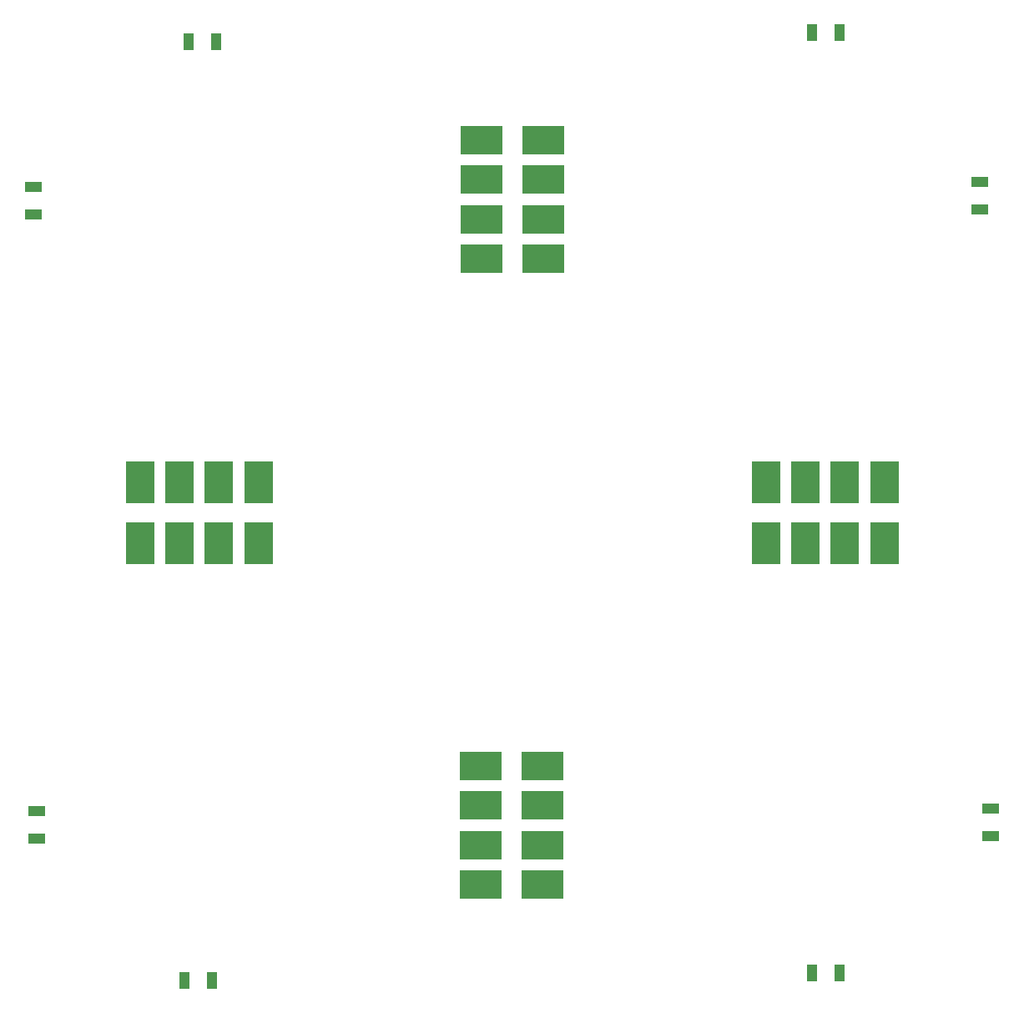
<source format=gbp>
%FSLAX25Y25*%
%MOIN*%
G70*
G01*
G75*
G04 Layer_Color=6049101*
%ADD10R,0.05906X0.05906*%
%ADD11P,0.08352X4X345.0*%
%ADD12P,0.08352X4X285.0*%
%ADD13C,0.02500*%
%ADD14C,0.05000*%
%ADD15C,0.16500*%
%ADD16R,0.12500X0.12500*%
%ADD17C,0.12500*%
%ADD18R,0.12500X0.12500*%
%ADD19C,0.04000*%
%ADD20R,0.05000X0.08000*%
%ADD21R,0.08000X0.05000*%
%ADD22R,0.17716X0.12205*%
%ADD23R,0.12205X0.17716*%
%ADD24C,0.01000*%
%ADD25C,0.01200*%
%ADD26R,0.04906X0.04906*%
%ADD27P,0.06937X4X345.0*%
%ADD28P,0.06937X4X285.0*%
%ADD29R,0.04000X0.07000*%
%ADD30R,0.07000X0.04000*%
%ADD31R,0.16716X0.11205*%
%ADD32R,0.11205X0.16716*%
D29*
X668500Y354000D02*
D03*
X657500D02*
D03*
X407000Y351000D02*
D03*
X418000D02*
D03*
X668500Y729500D02*
D03*
X657500D02*
D03*
X419500Y726000D02*
D03*
X408500D02*
D03*
D30*
X346500Y668000D02*
D03*
Y657000D02*
D03*
X348000Y418500D02*
D03*
Y407500D02*
D03*
X729000Y408500D02*
D03*
Y419500D02*
D03*
X724500Y659000D02*
D03*
Y670000D02*
D03*
D31*
X525394Y389252D02*
D03*
X550000D02*
D03*
X525394Y405000D02*
D03*
Y420748D02*
D03*
Y436496D02*
D03*
X550000Y405000D02*
D03*
Y420748D02*
D03*
Y436496D02*
D03*
X550106Y686496D02*
D03*
X525500D02*
D03*
X550106Y670748D02*
D03*
Y655000D02*
D03*
Y639252D02*
D03*
X525500Y670748D02*
D03*
Y655000D02*
D03*
Y639252D02*
D03*
D32*
X686496Y525394D02*
D03*
Y550000D02*
D03*
X670748Y525394D02*
D03*
X655000D02*
D03*
X639252D02*
D03*
X670748Y550000D02*
D03*
X655000D02*
D03*
X639252D02*
D03*
X389252D02*
D03*
Y525394D02*
D03*
X405000Y550000D02*
D03*
X420748D02*
D03*
X436496D02*
D03*
X405000Y525394D02*
D03*
X420748D02*
D03*
X436496D02*
D03*
M02*

</source>
